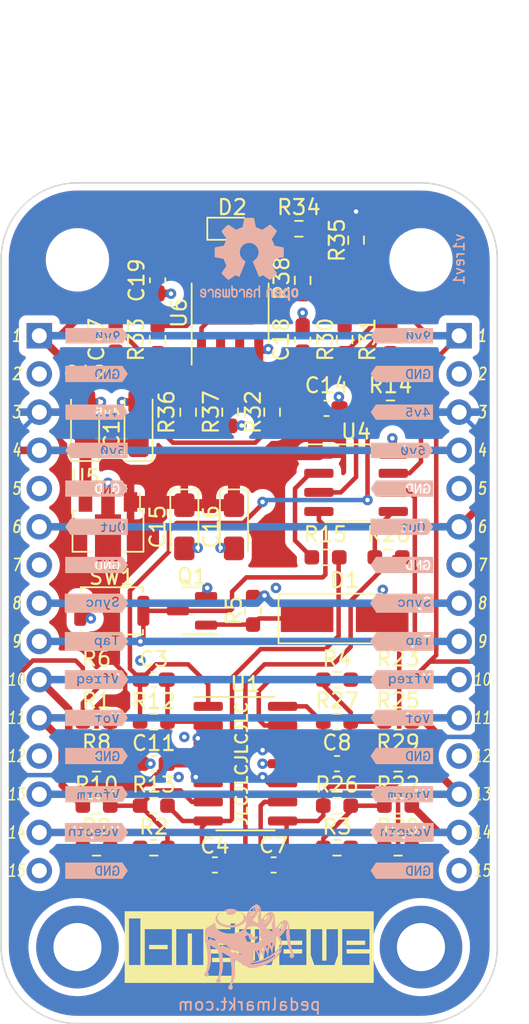
<source format=kicad_pcb>
(kicad_pcb (version 20211014) (generator pcbnew)
  (layers (0 "F.Cu" signal) (1 "In1.Cu" signal) (2 "In2.Cu" signal) (31 "B.Cu" signal) (34 "B.Paste" user) (35 "F.Paste" user) (36 "B.SilkS" user "B.Silkscreen") (37 "F.SilkS" user "F.Silkscreen") (38 "B.Mask" user) (39 "F.Mask" user) (44 "Edge.Cuts" user))
  (net 0 "")
  (net 1 "/Vfreq")
  (net 2 "/Vof")
  (net 3 "/Vform")
  (net 4 "/Vdepth")
  (net 5 "Net-(C3-Pad1)")
  (net 6 "Net-(C3-Pad2)")
  (net 7 "Net-(C4-Pad1)")
  (net 8 "Net-(C4-Pad2)")
  (net 9 "Net-(R1-Pad1)")
  (net 10 "Net-(R2-Pad1)")
  (net 11 "Net-(R20-Pad2)")
  (net 12 "Net-(R23-Pad2)")
  (net 13 "Net-(C7-Pad1)")
  (net 14 "Net-(C7-Pad2)")
  (net 15 "Net-(C8-Pad1)")
  (net 16 "Net-(C8-Pad2)")
  (net 17 "/+5V")
  (net 18 "/GND")
  (net 19 "/+9V")
  (net 20 "Net-(C17-Pad1)")
  (net 21 "/LFO/LFOFiltered")
  (net 22 "Net-(C18-Pad1)")
  (net 23 "Net-(D1-Pad1)")
  (net 24 "Net-(D2-Pad1)")
  (net 25 "Net-(D2-Pad2)")
  (net 26 "/+4.5V")
  (net 27 "/Out")
  (net 28 "/Sync")
  (net 29 "/Tap")
  (net 30 "/LFO/OffsetCV")
  (net 31 "/LFO/FreqCV")
  (net 32 "/LFO/WaveformCV")
  (net 33 "/LFO/DepthCV")
  (net 34 "Net-(R31-Pad1)")
  (net 35 "Net-(R33-Pad2)")
  (net 36 "Net-(R36-Pad1)")
  (footprint "Capacitor_SMD:C_0603_1608Metric_Pad1.08x0.95mm_HandSolder" (layer "F.Cu") (at 43.5345 93.599)
    (fp_text reference "C7")
    (fp_text value "10n")
  )
  (footprint "MountingHole:MountingHole_3.2mm_M3_ISO14580_Pad" (layer "F.Cu") (at 30.48 99.06)
    (fp_text reference "H1" hide)
    (fp_text value "GND")
  )
  (footprint "Resistor_SMD:R_0603_1608Metric_Pad0.98x0.95mm_HandSolder" (layer "F.Cu") (at 35.56 84.074 180)
    (fp_text reference "R12")
    (fp_text value "100K")
  )
  (footprint "Resistor_SMD:R_0603_1608Metric_Pad0.98x0.95mm_HandSolder" (layer "F.Cu") (at 45.212 51.308)
    (fp_text reference "R34")
    (fp_text value "470")
  )
  (footprint "Package_TO_SOT_SMD:SOT-89-3" (layer "F.Cu") (at 32.512 71.12 -90)
    (fp_text reference "U5")
    (fp_text value "L78L05")
  )
  (footprint "MountingHole:MountingHole_3.2mm_M3" (layer "F.Cu") (at 30.48 53.376102)
    (fp_text reference "H2" hide)
    (fp_text value "2")
  )
  (footprint "Resistor_SMD:R_0603_1608Metric_Pad0.98x0.95mm_HandSolder" (layer "F.Cu") (at 47.752 89.662 180)
    (fp_text reference "R26")
    (fp_text value "100K")
  )
  (footprint "Resistor_SMD:R_0603_1608Metric_Pad0.98x0.95mm_HandSolder" (layer "F.Cu") (at 51.816 81.28 180)
    (fp_text reference "R23")
    (fp_text value "220K")
  )
  (footprint "Capacitor_SMD:C_0603_1608Metric_Pad1.08x0.95mm_HandSolder" (layer "F.Cu") (at 47.055 63.246 180)
    (fp_text reference "C14")
    (fp_text value "100n")
  )
  (footprint "Package_TO_SOT_SMD:SOT-23" (layer "F.Cu") (at 38.1 76.708 180)
    (fp_text reference "Q1")
    (fp_text value "MMBT3904")
  )
  (footprint "Button_Switch_SMD:SW_Push_SPST_NO_Alps_SKRK" (layer "F.Cu") (at 32.766 76.708)
    (fp_text reference "SW1")
    (fp_text value "SW_Push")
  )
  (footprint "Package_SO:SOIC-8_3.9x4.9mm_P1.27mm" (layer "F.Cu") (at 49.022 68.199)
    (fp_text reference "U4")
    (fp_text value "StompLFO")
  )
  (footprint "Resistor_SMD:R_0603_1608Metric_Pad0.98x0.95mm_HandSolder" (layer "F.Cu") (at 51.816 84.074 180)
    (fp_text reference "R25")
    (fp_text value "100K")
  )
  (footprint "Resistor_SMD:R_0603_1608Metric_Pad0.98x0.95mm_HandSolder" (layer "F.Cu") (at 31.75 89.662)
    (fp_text reference "R10")
    (fp_text value "100K")
  )
  (footprint "Capacitor_SMD:C_0603_1608Metric_Pad1.08x0.95mm_HandSolder" (layer "F.Cu") (at 35.56 81.28 180)
    (fp_text reference "C3")
    (fp_text value "10n")
  )
  (footprint "Resistor_SMD:R_0603_1608Metric_Pad0.98x0.95mm_HandSolder" (layer "F.Cu") (at 51.816 86.868)
    (fp_text reference "R29")
    (fp_text value "1K")
  )
  (footprint "LED_SMD:LED_0603_1608Metric_Pad1.05x0.95mm_HandSolder" (layer "F.Cu") (at 40.781 51.308)
    (fp_text reference "D2")
    (fp_text value "LED_Dual_Bidirectional")
  )
  (footprint "Capacitor_Tantalum_SMD:CP_EIA-3216-10_Kemet-I_Pad1.58x1.35mm_HandSolder" (layer "F.Cu") (at 34.544 64.262 90)
    (fp_text reference "C13")
    (fp_text value "330n")
  )
  (footprint "Capacitor_SMD:C_0603_1608Metric_Pad1.08x0.95mm_HandSolder" (layer "F.Cu") (at 35.814 54.737 90)
    (fp_text reference "C19")
    (fp_text value "100n")
  )
  (footprint "MountingHole:MountingHole_3.2mm_M3_ISO14580_Pad" (layer "F.Cu") (at 53.34 99.06)
    (fp_text reference "H3" hide)
    (fp_text value "GND")
  )
  (footprint "Capacitor_SMD:C_0603_1608Metric_Pad1.08x0.95mm_HandSolder" (layer "F.Cu") (at 33.02 58.674 90)
    (fp_text reference "C17")
    (fp_text value "6.8n")
  )
  (footprint "Resistor_SMD:R_0603_1608Metric_Pad0.98x0.95mm_HandSolder" (layer "F.Cu") (at 35.56 92.456)
    (fp_text reference "R2")
    (fp_text value "4.7K")
  )
  (footprint "Resistor_SMD:R_0603_1608Metric_Pad0.98x0.95mm_HandSolder" (layer "F.Cu") (at 43.434 63.5 90)
    (fp_text reference "R32")
    (fp_text value "20K")
  )
  (footprint "Resistor_SMD:R_0603_1608Metric_Pad0.98x0.95mm_HandSolder" (layer "F.Cu") (at 31.75 84.074)
    (fp_text reference "R1")
    (fp_text value "4.7K")
  )
  (footprint "Capacitor_SMD:C_0603_1608Metric_Pad1.08x0.95mm_HandSolder" (layer "F.Cu") (at 35.56 86.868 180)
    (fp_text reference "C11")
    (fp_text value "100n")
  )
  (footprint "Package_SO:SOIC-14_3.9x8.7mm_P1.27mm" (layer "F.Cu") (at 41.656 86.868)
    (fp_text reference "U1")
    (fp_text value "MCP6004")
  )
  (footprint "Resistor_SMD:R_0603_1608Metric_Pad0.98x0.95mm_HandSolder" (layer "F.Cu") (at 51.308 58.674 90)
    (fp_text reference "R31")
    (fp_text value "75K")
  )
  (footprint "Capacitor_Tantalum_SMD:CP_EIA-3216-10_Kemet-I_Pad1.58x1.35mm_HandSolder" (layer "F.Cu") (at 40.894 71.12 -90)
    (fp_text reference "C16")
    (fp_text value "10u")
  )
  (footprint "Resistor_SMD:R_0603_1608Metric_Pad0.98x0.95mm_HandSolder" (layer "F.Cu") (at 35.814 58.674 90)
    (fp_text reference "R33")
    (fp_text value "100K")
  )
  (footprint "Resistor_SMD:R_0603_1608Metric_Pad0.98x0.95mm_HandSolder" (layer "F.Cu") (at 51.308 63.246)
    (fp_text reference "R14")
    (fp_text value "1K")
  )
  (footprint "Resistor_SMD:R_0603_1608Metric_Pad0.98x0.95mm_HandSolder" (layer "F.Cu") (at 51.816 92.456 180)
    (fp_text reference "R20")
    (fp_text value "220K")
  )
  (footprint "Resistor_SMD:R_0603_1608Metric_Pad0.98x0.95mm_HandSolder" (layer "F.Cu") (at 49.022 52.07 -90)
    (fp_text reference "R35")
    (fp_text value "20K")
  )
  (footprint "Connector_PinSocket_2.54mm:PinSocket_1x15_P2.54mm_Vertical" (layer "F.Cu") (at 27.94 58.42)
    (fp_text reference "J2" hide)
    (fp_text value "Conn_01x15")
  )
  (footprint "Resistor_SMD:R_0603_1608Metric_Pad0.98x0.95mm_HandSolder" (layer "F.Cu") (at 47.752 92.456 180)
    (fp_text reference "R3")
    (fp_text value "4.7K")
  )
  (footprint "Resistor_SMD:R_0603_1608Metric_Pad0.98x0.95mm_HandSolder" (layer "F.Cu") (at 47.752 81.28 180)
    (fp_text reference "R4")
    (fp_text value "4.7K")
  )
  (footprint "Resistor_SMD:R_0603_1608Metric_Pad0.98x0.95mm_HandSolder" (layer "F.Cu") (at 42.164 76.708 -90)
    (fp_text reference "R5")
    (fp_text value "10K")
  )
  (footprint "Resistor_SMD:R_0603_1608Metric_Pad0.98x0.95mm_HandSolder" (layer "F.Cu") (at 51.816 89.662 180)
    (fp_text reference "R22")
    (fp_text value "100K")
  )
  (footprint "Resistor_SMD:R_0603_1608Metric_Pad0.98x0.95mm_HandSolder" (layer "F.Cu") (at 31.75 86.868)
    (fp_text reference "R8")
    (fp_text value "100K")
  )
  (footprint "Resistor_SMD:R_0603_1608Metric_Pad0.98x0.95mm_HandSolder" (layer "F.Cu") (at 31.75 92.456)
    (fp_text reference "R9")
    (fp_text value "220K")
  )
  (footprint "Resistor_SMD:R_0603_1608Metric_Pad0.98x0.95mm_HandSolder" (layer "F.Cu") (at 48.26 58.674 -90)
    (fp_text reference "R30")
    (fp_text value "330K")
  )
  (footprint "Resistor_SMD:R_0603_1608Metric_Pad0.98x0.95mm_HandSolder" (layer "F.Cu") (at 47.752 84.074 180)
    (fp_text reference "R27")
    (fp_text value "100K")
  )
  (footprint "Capacitor_SMD:C_0603_1608Metric_Pad1.08x0.95mm_HandSolder" (layer "F.Cu") (at 47.752 86.868 180)
    (fp_text reference "C8")
    (fp_text value "10n")
  )
  (footprint "kibuzzard-65FC6621" (layer "F.Cu") (at 41.91 99.06)
    (fp_text reference "kibuzzard-65FC6621" hide)
    (fp_text value "G***" hide)
  )
  (footprint "MountingHole:MountingHole_3.2mm_M3" (layer "F.Cu") (at 53.34 53.376102)
    (fp_text reference "H4" hide)
    (fp_text value "1")
  )
  (footprint "Resistor_SMD:R_0603_1608Metric_Pad0.98x0.95mm_HandSolder" (layer "F.Cu") (at 40.64 63.5 90)
    (fp_text reference "R37")
    (fp_text value "100K")
  )
  (footprint "Diode_SMD:D_SMA_Handsoldering" (layer "F.Cu") (at 48.26 77.216)
    (fp_text reference "D1")
    (fp_text value "4001")
  )
  (footprint "Resistor_SMD:R_0603_1608Metric_Pad0.98x0.95mm_HandSolder" (layer "F.Cu") (at 51.181 73.152 180)
    (fp_text reference "R28")
    (fp_text value "1K")
  )
  (footprint "Capacitor_SMD:C_0603_1608Metric_Pad1.08x0.95mm_HandSolder" (layer "F.Cu") (at 39.624 93.599 180)
    (fp_text reference "C4")
    (fp_text value "10n")
  )
  (footprint "Capacitor_Tantalum_SMD:CP_EIA-3216-10_Kemet-I_Pad1.58x1.35mm_HandSolder" (layer "F.Cu") (at 30.988 64.262 90)
    (fp_text reference "C12")
    (fp_text value "10u")
  )
  (footprint "Resistor_SMD:R_0603_1608Metric_Pad0.98x0.95mm_HandSolder" (layer "F.Cu") (at 45.466 54.737 -90)
    (fp_text reference "R38")
    (fp_text value "1K")
  )
  (footprint "Package_SO:SOIC-8_3.9x4.9mm_P1.27mm" (layer "F.Cu") (at 40.64 56.896 90)
    (fp_text reference "U6")
    (fp_text value "TL972")
  )
  (footprint "Resistor_SMD:R_0603_1608Metric_Pad0.98x0.95mm_HandSolder" (layer "F.Cu") (at 46.99 73.152 180)
    (fp_text reference "R15")
    (fp_text value "1K")
  )
  (footprint "Capacitor_SMD:C_0603_1608Metric_Pad1.08x0.95mm_HandSolder" (layer "F.Cu") (at 45.466 58.674 90)
    (fp_text reference "C18")
    (fp_text value "4.7n")
  )
  (footprint "Resistor_SMD:R_0603_1608Metric_Pad0.98x0.95mm_HandSolder" (layer "F.Cu") (at 35.56 89.662)
    (fp_text reference "R13")
    (fp_text value "100K")
  )
  (footprint "Resistor_SMD:R_0603_1608Metric_Pad0.98x0.95mm_HandSolder" (layer "F.Cu") (at 31.75 81.28)
    (fp_text reference "R6")
    (fp_text value "220K")
  )
  (footprint "Capacitor_Tantalum_SMD:CP_EIA-3216-10_Kemet-I_Pad1.58x1.35mm_HandSolder" (layer "F.Cu") (at 37.592 71.12 -90)
    (fp_text reference "C15")
    (fp_text value "100n")
  )
  (footprint "Connector_PinSocket_2.54mm:PinSocket_1x15_P2.54mm_Vertical" (layer "F.Cu") (at 55.88 58.42)
    (fp_text reference "J1" hide)
    (fp_text value "Conn_01x15")
  )
  (footprint "Resistor_SMD:R_0603_1608Metric_Pad0.98x0.95mm_HandSolder" (layer "F.Cu") (at 37.846 63.5 90)
    (fp_text reference "R36")
    (fp_text value "24K")
  )
  (footprint "kibuzzard-65FC5B2E" (layer "B.Cu") (at 52.07 66.04 180)
    (fp_text reference "kibuzzard-65FC5B2E" hide)
    (fp_text value "G***" hide)
  )
  (footprint "kibuzzard-65FC5A9B" (layer "B.Cu") (at 52.07 68.58 180)
    (fp_text reference "kibuzzard-65FC5A9B" hide)
    (fp_text value "G***" hide)
  )
  (footprint "kibuzzard-65FC5A8F" (layer "B.Cu") (at 52.07 58.42 180)
    (fp_text reference "kibuzzard-65FC5A8F" hide)
    (fp_text value "G***" hide)
  )
  (footprint "LOGO" (layer "B.Cu") (at 41.91 99.06 180)
    (fp_text reference "G***" hide)
    (fp_text value "LOGO" hide)
  )
  (footprint "kibuzzard-65FC5B39" (layer "B.Cu") (at 52.07 71.12 180)
    (fp_text reference "kibuzzard-65FC5B39" hide)
    (fp_text value "G***" hide)
  )
  (footprint "kibuzzard-65FC59D5" (layer "B.Cu") (at 31.75 88.9 180)
    (fp_text reference "kibuzzard-65FC59D5" hide)
    (fp_text value "G***" hide)
  )
  (footprint "kibuzzard-65FC5AF9" (layer "B.Cu") (at 52.07 83.82 180)
    (fp_text reference "kibuzzard-65FC5AF9" hide)
    (fp_text value "G***" hide)
  )
  (footprint "kibuzzard-65FC5A9B" (layer "B.Cu") (at 52.07 86.36 180)
    (fp_text reference "kibuzzard-65FC5A9B" hide)
    (fp_text value "G***" hide)
  )
  (footprint "kibuzzard-65FC5928" (layer "B.Cu") (at 31.75 68.58 180)
    (fp_text reference "kibuzzard-65FC5928" hide)
    (fp_text value "G***" hide)
  )
  (footprint "Symbol:OSHW-Logo2_7.3x6mm_SilkScreen" (layer "B.Cu") (at 41.91 53.34 180)
    (fp_text reference "REF**" hide)
    (fp_text value "OSHW-Logo2_7.3x6mm_SilkScreen" hide)
  )
  (footprint "kibuzzard-65FC5928" (layer "B.Cu") (at 31.75 93.98 180)
    (fp_text reference "kibuzzard-65FC5928" hide)
    (fp_text value "G***" hide)
  )
  (footprint "kibuzzard-65FC5928" (layer "B.Cu") (at 31.75 60.96 180)
    (fp_text reference "kibuzzard-65FC5928" hide)
    (fp_text value "G***" hide)
  )
  (footprint "kibuzzard-65FC5A9B" (layer "B.Cu") (at 52.07 73.66 180)
    (fp_text reference "kibuzzard-65FC5A9B" hide)
    (fp_text value "G***" hide)
  )
  (footprint "kibuzzard-65FC5AE2" (layer "B.Cu") (at 52.07 78.74 180)
    (fp_text reference "kibuzzard-65FC5AE2" hide)
    (fp_text value "G***" hide)
  )
  (footprint "kibuzzard-65FC5ADA" (layer "B.Cu") (at 52.07 76.2 180)
    (fp_text reference "kibuzzard-65FC5ADA" hide)
    (fp_text value "G***" hide)
  )
  (footprint "kibuzzard-65FC5A9B" (layer "B.Cu") (at 52.07 93.98 180)
    (fp_text reference "kibuzzard-65FC5A9B" hide)
    (fp_text value "G***" hide)
  )
  (footprint "kibuzzard-65FC5A15" (layer "B.Cu") (at 31.75 71.12 180)
    (fp_text reference "kibuzzard-65FC5A15" hide)
    (fp_text value "G***" hide)
  )
  (footprint "kibuzzard-65FC5928" (layer "B.Cu") (at 31.75 73.66 180)
    (fp_text reference "kibuzzard-65FC5928" hide)
    (fp_text value "G***" hide)
  )
  (footprint "kibuzzard-65FC59E3" (layer "B.Cu") (at 31.75 91.44 180)
    (fp_text reference "kibuzzard-65FC59E3" hide)
    (fp_text value "G***" hide)
  )
  (footprint "kibuzzard-65FC593A" (layer "B.Cu") (at 31.75 63.5 180)
    (fp_text reference "kibuzzard-65FC593A" hide)
    (fp_text value "G***" hide)
  )
  (footprint "kibuzzard-65FC58C1" (layer "B.Cu") (at 31.75 58.42 180)
    (fp_text reference "kibuzzard-65FC58C1" hide)
    (fp_text value "G***" hide)
  )
  (footprint "kibuzzard-65FC5990" (layer "B.Cu") (at 31.75 76.2 180)
    (fp_text reference "kibuzzard-65FC5990" hide)
    (fp_text value "G***" hide)
  )
  (footprint "kibuzzard-65FC59FD" (layer "B.Cu") (at 31.75 66.04 180)
    (fp_text reference "kibuzzard-65FC59FD" hide)
    (fp_text value "G***" hide)
  )
  (footprint "kibuzzard-65FC5A9B" (layer "B.Cu") (at 52.07 60.96 180)
    (fp_text reference "kibuzzard-65FC5A9B" hide)
    (fp_text value "G***" hide)
  )
  (footprint "kibuzzard-65FC5928" (layer "B.Cu") (at 31.75 86.36 180)
    (fp_text reference "kibuzzard-65FC5928" hide)
    (fp_text value "G***" hide)
  )
  (footprint "kibuzzard-65FC599C" (layer "B.Cu") (at 31.75 78.74 180)
    (fp_text reference "kibuzzard-65FC599C" hide)
    (fp_text value "G***" hide)
  )
  (footprint "kibuzzard-65FC5B08" (layer "B.Cu") (at 52.07 88.9 180)
    (fp_text reference "kibuzzard-65FC5B08" hide)
    (fp_text value "G***" hide)
  )
  (footprint "kibuzzard-65FC5B16" (layer "B.Cu") (at 52.07 91.44 180)
    (fp_text reference "kibuzzard-65FC5B16" hide)
    (fp_text value "G***" hide)
  )
  (footprint "kibuzzard-65FC59AA" (layer "B.Cu") (at 31.75 81.28 180)
    (fp_text reference "kibuzzard-65FC59AA" hide)
    (fp_text value "G***" hide)
  )
  (footprint "kibuzzard-65FC5AF0" (layer "B.Cu") (at 52.07 81.28 180)
    (fp_text reference "kibuzzard-65FC5AF0" hide)
    (fp_text value "G***" hide)
  )
  (footprint "kibuzzard-65FC59B5" (layer "B.Cu") (at 31.75 83.82 180)
    (fp_text reference "kibuzzard-65FC59B5" hide)
    (fp_text value "G***" hide)
  )
  (footprint "kibuzzard-65FC5ACC" (layer "B.Cu") (at 52.07 63.5 180)
    (fp_text reference "kibuzzard-65FC5ACC" hide)
    (fp_text value "G***" hide)
  )
  (gr_arc (start 53.34 48.26) (mid 56.932102 49.747898) (end 58.42 53.34) (layer "Edge.Cuts") (width 0.1))
  (gr_line (start 30.48 48.26) (end 53.34 48.26) (layer "Edge.Cuts") (width 0.1))
  (gr_line (start 25.4 99.06) (end 25.4 53.34) (layer "Edge.Cuts") (width 0.1))
  (gr_arc (start 30.48 104.14) (mid 26.887898 102.652102) (end 25.4 99.06) (layer "Edge.Cuts") (width 0.1))
  (gr_line (start 30.48 104.14) (end 53.34 104.14) (layer "Edge.Cuts") (width 0.1))
  (gr_arc (start 25.4 53.34) (mid 26.887898 49.747898) (end 30.48 48.26) (layer "Edge.Cuts") (width 0.1))
  (gr_line (start 58.42 53.34) (end 58.42 99.06) (layer "Edge.Cuts") (width 0.1))
  (gr_arc (start 58.42 99.06) (mid 56.932102 102.652102) (end 53.34 104.14) (layer "Edge.Cuts") (width 0.1))
  (gr_text "pedalmarkt.com" (at 41.91 102.87) (layer "B.SilkS") (effects (font (size 0.8 0.8) (thickness 0.12)) (justify mirror)))
  (gr_text "v1rev1" (at 55.88 53.34 90) (layer "B.SilkS") (effects (font (size 0.7 0.7) (thickness 0.11)) (justify mirror)))
  (gr_text "15" (at 26.416 93.98) (layer "F.SilkS") (effects (font (size 0.8 0.6) (thickness 0.1) italic)))
  (gr_text "9" (at 26.416 78.74) (layer "F.SilkS") (effects (font (size 0.8 0.6) (thickness 0.12) italic)))
  (gr_text "10\n" (at 26.416 81.28) (layer "F.SilkS") (effects (font (size 0.8 0.6) (thickness 0.1) italic)))
  (gr_text "4" (at 57.404 66.04) (layer "F.SilkS") (effects (font (size 0.8 0.6) (thickness 0.12) italic)))
  (gr_text "14" (at 26.416 91.44) (layer "F.SilkS") (effects (font (size 0.8 0.6) (thickness 0.1) italic)))
  (gr_text "13" (at 57.404 88.9) (layer "F.SilkS") (effects (font (size 0.8 0.6) (thickness 0.1) italic)))
  (gr_text "11\n" (at 26.416 83.82) (layer "F.SilkS") (effects (font (size 0.8 0.6) (thickness 0.1) italic)))
  (gr_text "9" (at 57.404 78.74) (layer "F.SilkS") (effects (font (size 0.8 0.6) (thickness 0.12) italic)))
  (gr_text "5" (at 26.416 68.58) (layer "F.SilkS") (effects (font (size 0.8 0.6) (thickness 0.12) italic)))
  (gr_text "7" (at 57.404 73.66) (layer "F.SilkS") (effects (font (size 0.8 0.6) (thickness 0.12) italic)))
  (gr_text "7" (at 26.416 73.66) (layer "F.SilkS") (effects (font (size 0.8 0.6) (thickness 0.12) italic)))
  (gr_text "1" (at 57.404 58.42) (layer "F.SilkS") (effects (font (size 0.8 0.6) (thickness 0.12) italic)))
  (gr_text "3" (at 57.404 63.5) (layer "F.SilkS") (effects (font (size 0.8 0.6) (thickness 0.12) italic)))
  (gr_text "12" (at 26.416 86.36) (layer "F.SilkS") (effects (font (size 0.8 0.6) (thickness 0.1) italic)))
  (gr_text "2" (at 57.404 60.96) (layer "F.SilkS") (effects (font (size 0.8 0.6) (thickness 0.12) italic)))
  (gr_text "11\n" (at 57.404 83.82) (layer "F.SilkS") (effects (font (size 0.8 0.6) (thickness 0.1) italic)))
  (gr_text "JLCJLCJLCJLC" (at 41.402 86.868 90) (layer "F.SilkS") (effects (font (size 0.8 0.8))))
  (gr_text "3" (at 26.416 63.5) (layer "F.SilkS") (effects (font (size 0.8 0.6) (thickness 0.12) italic)))
  (gr_text "6" (at 26.416 71.12) (layer "F.SilkS") (effects (font (size 0.8 0.6) (thickness 0.12) italic)))
  (gr_text "5" (at 57.404 68.58) (layer "F.SilkS") (effects (font (size 0.8 0.6) (thickness 0.12) italic)))
  (gr_text "8" (at 57.404 76.2) (layer "F.SilkS") (effects (font (size 0.8 0.6) (thickness 0.12) italic)))
  (gr_text "15" (at 57.404 93.98) (layer "F.SilkS") (effects (font (size 0.8 0.6) (thickness 0.1) italic)))
  (gr_text "4" (at 26.416 66.04) (layer "F.SilkS") (effects (font (size 0.8 0.6) (thickness 0.12) italic)))
  (gr_text "2" (at 26.416 60.96) (layer "F.SilkS") (effects (font (size 0.8 0.6) (thickness 0.12) italic)))
  (gr_text "12" (at 57.404 86.36) (layer "F.SilkS") (effects (font (size 0.8 0.6) (thickness 0.1) italic)))
  (gr_text "8" (at 26.416 76.2) (layer "F.SilkS") (effects (font (size 0.8 0.6) (thickness 0.12) italic)))
  (gr_text "13" (at 26.416 88.9) (layer "F.SilkS") (effects (font (size 0.8 0.6) (thickness 0.1) italic)))
  (gr_text "6" (at 57.404 71.12) (layer "F.SilkS") (effects (font (size 0.8 0.6) (thickness 0.12) italic)))
  (gr_text "10\n" (at 57.404 81.28) (layer "F.SilkS") (effects (font (size 0.8 0.6) (thickness 0.1) italic)))
  (gr_text "1" (at 26.416 58.42) (layer "F.SilkS") (effects (font (size 0.8 0.6) (thickness 0.12) italic)))
  (gr_text "14" (at 57.404 91.44) (layer "F.SilkS") (effects (font (size 0.8 0.6) (thickness 0.1) italic)))
  (segment (start 29.9 83.24) (end 29.9 84.79005) (width 0.5) (layer "F.Cu") (net 1))
  (segment (start 29.9 84.79005) (end 30.8375 85.72755) (width 0.5) (layer "F.Cu") (net 1))
  (segment (start 30.8375 85.72755) (end 30.8375 86.868) (width 0.5) (layer "F.Cu") (net 1))
  (segment (start 27.94 81.28) (end 29.9 83.24) (width 0.5) (layer "F.Cu") (net 1))
  (segment (start 27.94 81.28) (end 55.88 81.28) (width 0.5) (layer "B.Cu") (net 1))
  (segment (start 27.94 83.82) (end 29.464 85.344) (width 0.5) (layer "F.Cu") (net 2))
  (segment (start 29.464 85.344) (end 29.464 88.2885) (width 0.5) (layer "F.Cu") (net 2))
  (segment (start 29.464 88.2885) (end 30.8375 89.662) (width 0.5) (layer "F.Cu") (net 2))
  (segment (start 27.94 83.82) (end 55.88 83.82) (width 0.5) (layer "B.Cu") (net 2))
  (segment (start 54.229 84.709) (end 53.594 84.074) (width 0.5) (layer "F.Cu") (net 3))
  (segment (start 55.88 88.9) (end 54.229 87.249) (width 0.5) (layer "F.Cu") (net 3))
  (segment (start 54.229 87.249) (end 54.229 84.709) (width 0.5) (layer "F.Cu") (net 3))
  (segment (start 53.594 84.074) (end 52.7285 84.074) (width 0.5) (layer "F.Cu") (net 3))
  (segment (start 27.94 88.9) (end 55.88 88.9) (width 0.5) (layer "B.Cu") (net 3))
  (segment (start 54.5065 91.44) (end 52.7285 89.662) (width 0.5) (layer "F.Cu") (net 4))
  (segment (start 55.88 91.44) (end 54.5065 91.44) (width 0.5) (layer "F.Cu") (net 4))
  (segment (start 27.94 91.44) (end 55.88 91.44) (width 0.5) (layer "B.Cu") (net 4))
  (segment (start 36.4725 84.074) (end 36.4725 81.33) (width 0.3) (layer "F.Cu") (net 5))
  (segment (start 36.4725 84.074) (end 38.927 84.074) (width 0.3) (layer "F.Cu") (net 5))
  (segment (start 32.6625 86.868) (end 32.6625 86.8445) (width 0.3) (layer "F.Cu") (net 5))
  (segment (start 34.036 85.471) (end 35.56 85.471) (width 0.3) (layer "F.Cu") (net 5))
  (segment (start 38.927 84.074) (end 39.181 84.328) (width 0.3) (layer "F.Cu") (net 5))
  (segment (start 36.4725 81.33) (end 36.4225 81.28) (width 0.3) (layer "F.Cu") (net 5))
  (segment (start 32.6625 84.074) (end 32.6625 86.868) (width 0.3) (layer "F.Cu") (net 5))
  (segment (start 35.56 85.471) (end 36.4725 84.5585) (width 0.3) (layer "F.Cu") (net 5))
  (segment (start 36.4725 84.5585) (end 36.4725 84.074) (width 0.3) (layer "F.Cu") (net 5))
  (segment (start 32.6625 86.8445) (end 34.036 85.471) (width 0.3) (layer "F.Cu") (net 5))
  (segment (start 50.3955 63.246) (end 50.3955 64.6665) (width 0.3) (layer "F.Cu") (net 6))
  (segment (start 33.971 75.376) (end 33.971 80.5535) (width 0.3) (layer "F.Cu") (net 6))
  (segment (start 33.971 80.5535) (end 34.6975 81.28) (width 0.3) (layer "F.Cu") (net 6))
  (segment (start 42.799 69.469) (end 42.799 69.588528) (width 0.3) (layer "F.Cu") (net 6))
  (segment (start 49.784 65.278) (end 49.784 69.342) (width 0.3) (layer "F.Cu") (net 6))
  (segment (start 42.799 69.588528) (end 41.521528 70.866) (width 0.3) (layer "F.Cu") (net 6))
  (segment (start 41.521528 70.866) (end 37.084 70.866) (width 0.3) (layer "F.Cu") (net 6))
  (segment (start 39.181 81.599) (end 37.846 80.264) (width 0.3) (layer "F.Cu") (net 6))
  (segment (start 34.6475 84.074) (end 34.6475 81.33) (width 0.3) (layer "F.Cu") (net 6))
  (segment (start 39.181 83.058) (end 39.181 81.599) (width 0.3) (layer "F.Cu") (net 6))
  (segment (start 35.7135 80.264) (end 34.6975 81.28) (width 0.3) (layer "F.Cu") (net 6))
  (segment (start 37.084 70.866) (end 36.567 71.383) (width 0.3) (layer "F.Cu") (net 6))
  (segment (start 36.567 71.383) (end 36.567 72.78) (width 0.3) (layer "F.Cu") (net 6))
  (segment (start 37.846 80.264) (end 35.7135 80.264) (width 0.3) (layer "F.Cu") (net 6))
  (segment (start 34.6475 81.33) (end 34.6975 81.28) (width 0.3) (layer "F.Cu") (net 6))
  (segment (start 50.3955 64.6665) (end 49.784 65.278) (width 0.3) (layer "F.Cu") (net 6))
  (segment (start 36.567 72.78) (end 33.971 75.376) (width 0.3) (layer "F.Cu") (net 6))
  (via (at 42.799 69.469) (size 0.7) (drill 0.3) (layers "F.Cu" "B.Cu") (net 6))
  (via (at 49.784 69.342) (size 0.7) (drill 0.3) (layers "F.Cu" "B.Cu") (net 6))
  (segment (start 49.784 69.342) (end 42.926 69.342) (width 0.3) (layer "B.Cu") (net 6))
  (segment (start 42.926 69.342) (end 42.799 69.469) (width 0.3) (layer "B.Cu") (net 6))
  (segment (start 39.181 89.408) (end 38.1 89.408) (width 0.3) (layer "F.Cu") (net 7))
  (segment (start 36.4725 92.456) (end 36.4725 91.487) (width 0.3) (layer "F.Cu") (net 7))
  (segment (start 36.4725 91.487) (end 34.6475 89.662) (width 0.3) (layer "F.Cu") (net 7))
  (segment (start 39.37 95.25) (end 37.846 95.25) (width 0.3) (layer "F.Cu") (net 7))
  (segment (start 37.338 88.646) (end 35.6635 88.646) (width 0.3) (layer "F.Cu") (net 7))
  (segment (start 40.4865 94.1335) (end 39.37 95.25) (width 0.3) (layer "F.Cu") (net 7))
  (segment (start 40.4865 93.599) (end 40.4865 94.1335) (width 0.3) (layer "F.Cu") (net 7))
  (segment (start 37.846 95.25) (end 36.4725 93.8765) (width 0.3) (layer "F.Cu") (net 7))
  (segment (start 34.6475 89.662) (end 32.6625 89.662) (width 0.3) (layer "F.Cu") (net 7))
  (segment (start 36.4725 93.8765) (end 36.4725 92.456) (width 0.3) (layer "F.Cu") (net 7))
  (segment (start 38.1 89.408) (end 37.338 88.646) (width 0.3) (layer "F.Cu") (net 7))
  (segment (start 35.6635 88.646) (end 34.6475 89.662) (width 0.3) (layer "F.Cu") (net 7))
  (segment (start 42.672 79.248) (end 40.767 81.153) (width 0.3) (layer "F.Cu") (net 8))
  (segment (start 40.64 90.678) (end 39.181 90.678) (width 0.3) (layer "F.Cu") (net 8))
  (segment (start 47.86 73.1945) (end 47.86 78.378) (width 0.3) (layer "F.Cu") (net 8))
  (segment (start 38.7615 93.599) (end 38.7615 91.0975) (width 0.3) (layer "F.Cu") (net 8))
  (segment (start 39.181 90.678) (end 37.4885 90.678) (width 0.3) (layer "F.Cu") (net 8))
  (segment (start 40.767 81.153) (end 40.767 90.551) (width 0.3) (layer "F.Cu") (net 8))
  (segment (start 40.767 90.551) (end 40.64 90.678) (width 0.3) (layer "F.Cu") (net 8))
  (segment (start 37.4885 90.678) (end 36.4725 89.662) (width 0.3) (layer "F.Cu") (net 8))
  (segment (start 38.7615 91.0975) (end 39.181 90.678) (width 0.3) (layer "F.Cu") (net 8))
  (segment (start 47.86 78.378) (end 46.99 79.248) (width 0.3) (layer "F.Cu") (net 8))
  (segment (start 46.99 79.248) (end 42.672 79.248) (width 0.3) (layer "F.Cu") (net 8))
  (segment (start 47.9025 73.152) (end 47.86 73.1945) (width 0.3) (layer "F.Cu") (net 8))
  (segment (start 30.8375 84.074) (end 30.8375 82.8275) (width 0.3) (layer "F.Cu") (net 9))
  (segment (start 30.8375 82.8275) (end 32.385 81.28) (width 0.3) (layer "F.Cu") (net 9))
  (segment (start 32.385 81.28) (end 32.6625 81.28) (width 0.3) (layer "F.Cu") (net 9))
  (segment (start 32.6625 92.456) (end 34.6475 92.456) (width 0.3) (layer "F.Cu") (net 10))
  (segment (start 48.6645 92.456) (end 50.9035 92.456) (width 0.3) (layer "F.Cu") (net 11))
  (segment (start 50.9035 81.28) (end 48.6645 81.28) (width 0.3) (layer "F.Cu") (net 12))
  (segment (start 46.8395 93.1145) (end 46.8395 92.456) (width 0.3) (layer "F.Cu") (net 13))
  (segment (start 44.958 94.996) (end 46.8395 93.1145) (width 0.3) (layer "F.Cu") (net 13))
  (segment (start 44.069 94.996) (end 44.958 94.996) (width 0.3) (layer "F.Cu") (net 13))
  (segment (start 42.672 89.662) (end 42.672 93.599) (width 0.3) (layer "F.Cu") (net 13))
  (segment (start 48.6645 90.0195) (end 48.6645 89.662) (width 0.3) (layer "F.Cu") (net 13))
  (segment (start 48.6645 89.662) (end 50.9035 89.662) (width 0.3) (layer "F.Cu") (net 13))
  (segment (start 42.672 93.599) (end 44.069 94.996) (width 0.3) (layer "F.Cu") (net 13))
  (segment (start 44.131 89.408) (end 42.926 89.408) (width 0.3) (layer "F.Cu") (net 13))
  (segment (start 42.926 89.408) (end 42.672 89.662) (width 0.3) (layer "F.Cu") (net 13))
  (segment (start 46.8395 92.456) (end 46.8395 91.8445) (width 0.3) (layer "F.Cu") (net 13))
  (segment (start 46.8395 91.8445) (end 48.6645 90.0195) (width 0.3) (layer "F.Cu") (net 13))
  (segment (start 44.397 93.599) (end 44.397 90.944) (width 0.3) (layer "F.Cu") (net 14))
  (segment (start 42.926 80.264) (end 41.656 81.534) (width 0.3) (layer "F.Cu") (net 14))
  (segment (start 44.397 90.944) (end 44.131 90.678) (width 0.3) (layer "F.Cu") (net 14))
  (segment (start 41.656 94.996) (end 42.164 95.504) (width 0.3) (layer "F.Cu") (net 14))
  (segment (start 51.816 88.392) (end 47.244 88.392) (width 0.3) (layer "F.Cu") (net 14))
  (segment (start 47.498 80.264) (end 42.926 80.264) (width 0.3) (layer "F.Cu") (net 14))
  (segment (start 51.816 93.726) (end 51.816 88.392) (width 0.3) (layer "F.Cu") (net 14))
  (segment (start 46.8395 90.3205) (end 46.8395 89.662) (width 0.3) (layer "F.Cu") (net 14))
  (segment (start 42.164 95.504) (end 50.038 95.504) (width 0.3) (layer "F.Cu") (net 14))
  (segment (start 44.131 90.678) (end 46.482 90.678) (width 0.3) (layer "F.Cu") (net 14))
  (segment (start 51.562 73.152) (end 51.106 73.608) (width 0.3) (layer "F.Cu") (net 14))
  (segment (start 51.106 73.63285) (end 50.76185 73.977) (width 0.3) (layer "F.Cu") (net 14))
  (segment (start 50.737 73.977) (end 48.66 76.054) (width 0.3) (layer "F.Cu") (net 14))
  (segment (start 50.038 95.504) (end 51.816 93.726) (width 0.3) (layer "F.Cu") (net 14))
  (segment (start 48.66 76.054) (end 48.66 79.102) (width 0.3) (layer "F.Cu") (net 14))
  (segment (start 46.8395 88.7965) (end 46.8395 89.662) (width 0.3) (layer "F.Cu") (net 14))
  (segment (start 41.656 81.534) (end 41.656 94.996) (width 0.3) (layer "F.Cu") (net 14))
  (segment (start 50.76185 73.977) (end 50.737 73.977) (width 0.3) (layer "F.Cu") (net 14))
  (segment (start 46.482 90.678) (end 46.8395 90.3205) (width 0.3) (layer "F.Cu") (net 14))
  (segment (start 52.0935 73.152) (end 51.562 73.152) (width 0.3) (layer "F.Cu") (net 14))
  (segment (start 47.244 88.392) (end 46.8395 88.7965) (width 0.3) (layer "F.Cu") (net 14))
  (segment (start 51.106 73.608) (end 51.106 73.63285) (width 0.3) (layer "F.Cu") (net 14))
  (segment (start 48.66 79.102) (end 47.498 80.264) (width 0.3) (layer "F.Cu") (net 14))
  (segment (start 44.131 84.328) (end 42.926 84.328) (width 0.3) (layer "F.Cu") (net 15))
  (segment (start 48.6145 86.868) (end 48.6145 84.124) (width 0.3) (layer "F.Cu") (net 15))
  (segment (start 48.6645 84.074) (end 48.6645 83.4625) (width 0.3) (layer "F.Cu") (net 15))
  (segment (start 48.6145 84.124) (end 48.6645 84.074) (width 0.3) (layer "F.Cu") (net 15))
  (segment (start 48.6645 83.4625) (end 46.8395 81.6375) (width 0.3) (layer "F.Cu") (net 15))
  (segment (start 42.926 84.328) (end 42.545 83.947) (width 0.3) (layer "F.Cu") (net 15))
  (segment (start 42.545 82.042) (end 43.307 81.28) (width 0.3) (layer "F.Cu") (net 15))
  (segment (start 43.307 81.28) (end 46.8395 81.28) (width 0.3) (layer "F.Cu") (net 15))
  (segment (start 42.545 83.947) (end 42.545 82.042) (width 0.3) (layer "F.Cu") (net 15))
  (segment (start 46.8395 81.6375) (end 46.8395 81.28) (width 0.3) (layer "F.Cu") (net 15))
  (segment (start 50.9035 84.074) (end 48.6645 84.074) (width 0.3) (layer "F.Cu") (net 15))
  (segment (start 50.9035 87.0185) (end 50.229 87.693) (width 0.3) (layer "F.Cu") (net 16))
  (segment (start 46.8395 84.074) (end 46.736 84.074) (width 0.3) (layer "F.Cu") (net 16))
  (segment (start 47.7145 87.693) (end 46.8895 86.868) (width 0.3) (layer "F.Cu") (net 16))
  (segment (start 46.736 84.074) (end 45.72 83.058) (width 0.3) (layer "F.Cu") (net 16))
  (segment (start 46.8395 84.074) (end 46.8395 86.818) (width 0.3) (layer "F.Cu") (net 16))
  (segment (start 46.8395 86.818) (end 46.8895 86.868) (width 0.3) (layer "F.Cu") (net 16))
  (segment (start 50.9035 86.868) (end 50.9035 87.0185) (width 0.3) (layer "F.Cu") (net 16))
  (segment (start 50.229 87.693) (end 47.7145 87.693) (width 0.3) (layer "F.Cu") (net 16))
  (segment (start 45.72 83.058) (end 44.131 83.058) (width 0.3) (layer "F.Cu") (net 16))
  (segment (start 40.894 69.6825) (end 37.592 69.6825) (width 0.8) (layer "F.Cu") (net 17))
  (segment (start 41.91 66.294) (end 46.547 66.294) (width 0.8) (layer "F.Cu") (net 17))
  (segment (start 46.228 63.2815) (end 46.1925 63.246) (width 0.8) (layer "F.Cu") (net 17))
  (segment (start 32.131 82.677) (end 31.75 83.058) (width 0.3) (layer "F.Cu") (net 17))
  (segment (start 36.4225 86.868) (end 39.181 86.868) (width 0.5) (layer "F.Cu") (net 17))
  (segment (start 37.3795 69.47) (end 37.592 69.6825) (width 0.8) (layer "F.Cu") (net 17))
  (segment (start 34.036 73.533) (end 34.036 72.898) (width 0.5) (layer "F.Cu") (net 17))
  (segment (start 33.471 80.715) (end 33.471 80.760606) (width 0.3) (layer "F.Cu") (net 17))
  (segment (start 33.471 80.760606) (end 33.655 80.944606) (width 0.3) (layer "F.Cu") (net 17))
  (segment (start 32.639 79.883) (end 33.471 80.715) (width 0.3) (layer "F.Cu") (net 17))
  (segment (start 34.036 72.898) (end 34.012 72.874) (width 0.5) (layer "F.Cu") (net 17))
  (segment (start 33.655 82.169) (end 33.147 82.677) (width 0.3) (layer "F.Cu") (net 17))
  (segment (start 32.639 74.93) (end 34.036 73.533) (width 0.5) (layer "F.Cu") (net 17))
  (segment (start 31.877 88.138) (end 35.306 88.138) (width 0.5) (layer "F.Cu") (net 17))
  (segment (start 34.012 72.874) (end 34.012 69.47) (width 0.5) (layer "F.Cu") (net 17))
  (segment (start 40.894 69.6825) (end 40.894 67.31) (width 0.8) (layer "F.Cu") (net 17))
  (segment (start 32.639 79.883) (end 32.639 74.93) (width 0.5) (layer "F.Cu") (net 17))
  (segment (start 31.75 83.058) (end 31.75 88.011) (width 0.3) (layer "F.Cu") (net 17))
  (segment (start 34.012 69.47) (end 37.3795 69.47) (width 0.8) (layer "F.Cu") (net 17))
  (segment (start 40.894 67.31) (end 41.91 66.294) (width 0.8) (layer "F.Cu") (net 17))
  (segment (start 33.147 82.677) (end 32.131 82.677) (width 0.3) (layer "F.Cu") (net 17))
  (segment (start 46.228 65.975) (end 46.228 63.2815) (width 0.8) (layer "F.Cu") (net 17))
  (segment (start 46.547 66.294) (end 46.228 65.975) (width 0.8) (layer "F.Cu") (net 17))
  (segment (start 35.306 88.138) (end 36.4225 87.0215) (width 0.5) (layer "F.Cu") (net 17))
  (segment (start 36.4225 87.0215) (end 36.4225 86.868) (width 0.5) (layer "F.Cu") (net 17))
  (segment (start 33.655 80.944606) (end 33.655 82.169) (width 0.3) (layer "F.Cu") (net 17))
  (segment (start 31.75 88.011) (end 31.877 88.138) (width 0.3) (layer "F.Cu") (net 17))
  (segment (start 27.94 66.04) (end 55.88 66.04) (width 0.5) (layer "B.Cu") (net 17))
  (segment (start 40.894 72.5575) (end 40.0455 72.5575) (width 0.5) (layer "F.Cu") (net 18))
  (segment (start 36.6765 55.5995) (end 36.703 55.626) (width 0.5) (layer "F.Cu") (net 18))
  (segment (start 43.118 59.371) (end 43.18 59.309) (width 0.5) (layer "F.Cu") (net 18))
  (segment (start 41.3785 64.4125) (end 41.402 64.389) (width 0.5) (layer "F.Cu") (net 18))
  (segment (start 39.0375 75.2625) (end 39.116 75.184) (width 0.5) (layer "F.Cu") (net 18))
  (segment (start 45.466 57.8115) (end 45.466 56.896) (width 0.5) (layer "F.Cu") (net 18))
  (segment (start 44.131 86.868) (end 42.799 86.868) (width 0.3) (layer "F.Cu") (net 18))
  (segment (start 38.4405 72.5575) (end 38.481 72.517) (width 0.5) (layer "F.Cu") (net 18))
  (segment (start 39.0375 75.758) (end 39.0375 75.2625) (width 0.5) (layer "F.Cu") (net 18))
  (segment (start 50.76 77.216) (end 50.76 75.351) (width 0.5) (layer "F.Cu") (net 18))
  (segment (start 32.0445 62.8245) (end 30.988 62.8245) (width 0.5) (layer "F.Cu") (net 18))
  (segment (start 30.666 76.708) (end 30.861 76.708) (width 0.5) (layer "F.Cu") (net 18))
  (segment (start 50.76 75.351) (end 50.8 75.311) (width 0.5) (layer "F.Cu") (net 18))
  (segment (start 34.6975 86.868) (end 35.3355 86.868) (width 0.3) (layer "F.Cu") (net 18))
  (segment (start 32.512 69.5575) (end 32.512 68.199) (width 0.5) (layer "F.Cu") (net 18))
  (segment (start 47.9175 62.5225) (end 47.9175 63.246) (width 0.5) (layer "F.Cu") (net 18))
  (segment (start 33.4415 62.8245) (end 34.544 62.8245) (width 0.5) (layer "F.Cu") (net 18))
  (segment (start 30.861 76.708) (end 31.369 77.216) (width 0.5) (layer "F.Cu") (net 18))
  (segment (start 51.497 65.3025) (end 51.435 65.2405) (width 0.5) (layer "F.Cu") (net 18))
  (segment (start 47.879 62.484) (end 47.9175 62.5225) (width 0.5) (layer "F.Cu") (net 18))
  (segment (start 51.497 66.294) (end 51.497 65.3025) (width 0.5) (layer "F.Cu") (net 18))
  (segment (start 42.545 59.371) (end 43.118 59.371) (width 0.5) (layer "F.Cu") (net 18))
  (segment (start 37.592 72.5575) (end 38.4405 72.5575) (width 0.5) (layer "F.Cu") (net 18))
  (segment (start 35.814 55.5995) (end 36.6765 55.5995) (width 0.5) (layer "F.Cu") (net 18))
  (segment (start 40.64 64.4125) (end 41.3785 64.4125) (width 0.5) (layer "F.Cu") (net 18))
  (segment (start 40.0455 72.5575) (end 40.005 72.517) (width 0.5) (layer "F.Cu") (net 18))
  (via (at 41.402 64.389) (size 0.7) (drill 0.3) (layers "F.Cu" "B.Cu") (net 18))
  (via (at 36.703 55.626) (size 0.7) (drill 0.3) (layers "F.Cu" "B.Cu") (net 18))
  (via (at 37.592 85.09) (size 0.7) (drill 0.3) (layers "F.Cu" "B.Cu") (net 18))
  (via (at 43.688 75.184) (size 0.7) (drill 0.3) (layers "F.Cu" "B.Cu") (net 18))
  (via (at 40.005 72.517) (size 0.7) (drill 0.3) (layers "F.Cu" "B.Cu") (net 18))
  (via (at 35.3355 86.868) (size 0.7) (drill 0.3) (layers "F.Cu" "B.Cu") (net 18))
  (via (at 42.799 86.868) (size 0.7) (drill 0.3) (layers "F.Cu" "B.Cu") (net 18))
  (via (at 34.671 80.01) (size 0.7) (drill 0.3) (layers "F.Cu" "B.Cu") (net 18))
  (via (at 32.0445 62.8245) (size 0.7) (drill 0.3) (layers "F.Cu" "B.Cu") (net 18))
  (via (at 45.466 56.896) (size 0.7) (drill 0.3) (layers "F.Cu" "B.Cu") (net 18))
  (via (at 31.369 77.216) (size 0.7) (drill 0.3) (layers "F.Cu" "B.Cu") (net 18))
  (via (at 39.116 75.184) (size 0.7) (drill 0.3) (layers "F.Cu" "B.Cu") (net 18))
  (via (at 33.4415 62.8245) (size 0.7) (drill 0.3) (layers "F.Cu" "B.Cu") (net 18))
  (via (at 37.211 87.757) (size 0.7) (drill 0.3) (layers "F.Cu" "B.Cu") (net 18))
  (via (at 51.435 65.2405) (size 0.7) (drill 0.3) (layers "F.Cu" "B.Cu") (net 18))
  (via (at 32.512 68.199) (size 0.7) (drill 0.3) (layers "F.Cu" "B.Cu") (net 18))
  (via (at 43.18 59.309) (size 0.7) (drill 0.3) (layers "F.Cu" "B.Cu") (net 18))
  (via (at 38.481 72.517) (size 0.7) (drill 0.3) (layers "F.Cu" "B.Cu") (net 18))
  (via (at 50.8 75.311) (size 0.7) (drill 0.3) (layers "F.Cu" "B.Cu") (net 18))
  (via (at 47.879 62.484) (size 0.7) (drill 0.3) (layers "F.Cu" "B.Cu") (net 18))
  (segment (start 30.8375 93.4485) (end 34.163 96.774) (width 0.3) (layer "F.Cu") (net 19))
  (segment (start 30.8375 92.456) (end 30.8375 93.6225) (width 0.3) (layer "F.Cu") (net 19))
  (segment (start 53.9285 80.08) (end 57.093 80.08) (width 0.3) (layer "F.Cu") (net 19))
  (segment (start 53.848 58.42) (end 55.88 58.42) (width 0.3) (layer "F.Cu") (net 19))
  (segment (start 29.591 60.071) (end 29.591 64.3025) (width 0.5) (layer "F.Cu") (net 19))
  (segment (start 30.353 80.01) (end 30.8375 80.4945) (width 0.3) (layer "F.Cu") (net 19))
  (segment (start 54.356 59.944) (end 55.88 58.42) (width 0.3) (layer "F.Cu") (net 19))
  (segment (start 35.814 53.8745) (end 38.1885 53.8745) (width 0.5) (layer "F.Cu") (net 19))
  (segment (start 35.814 53.8745) (end 33.8825 53.8745) (width 0.5) (layer "F.Cu") (net 19))
  (segment (start 30.8375 93.6225) (end 28.702 95.758) (width 0.3) (layer "F.Cu") (net 19))
  (segment (start 52.832 92.5595) (end 52.7285 92.456) (width 0.3) (layer "F.Cu") (net 19))
  (segment (start 28.702 95.758) (end 26.416 95.758) (width 0.3) (layer "F.Cu") (net 19))
  (segment (start 34.163 96.774) (end 50.165 96.774) (width 0.3) (layer "F.Cu") (net 19))
  (segment (start 26.416 95.758) (end 26.416 81.106943) (width 0.3) (layer "F.Cu") (net 19))
  (segment (start 29.337 58.42) (end 27.94 58.42) (width 0.5) (layer "F.Cu") (net 19))
  (segment (start 27.512943 80.01) (end 30.353 80.01) (width 0.3) (layer "F.Cu") (net 19))
  (segment (start 48.26 57.531) (end 49.022 56.769) (width 0.3) (layer "F.Cu") (net 19))
  (segment (start 49.022 56.769) (end 52.197 56.769) (width 0.3) (layer "F.Cu") (net 19))
  (segment (start 26.416 81.106943) (end 27.512943 80.01) (width 0.3) (layer "F.Cu") (net 19))
  (segment (start 52.7285 81.28) (end 53.9285 80.08) (width 0.3) (layer "F.Cu") (net 19))
  (segment (start 57.023 95.885) (end 54.61 95.885) (width 0.3) (layer "F.Cu") (net 19))
  (segment (start 57.531 80.518) (end 57.531 95.377) (width 0.3) (layer "F.Cu") (net 19))
  (segment (start 48.26 57.7615) (end 48.26 57.531) (width 0.3) (layer "F.Cu") (net 19))
  (segment (start 50.165 96.774) (end 52.832 94.107) (width 0.3) (layer "F.Cu") (net 19))
  (segment (start 54.356 79.6525) (end 54.356 59.944) (width 0.3) (layer "F.Cu") (net 19))
  (segment (start 52.197 56.769) (end 53.848 58.42) (width 0.3) (layer "F.Cu") (net 19))
  (segment (start 29.591 64.3025) (end 30.988 65.6995) (width 0.5) (layer "F.Cu") (net 19))
  (segment (start 52.7285 81.28) (end 54.356 79.6525) (width 0.3) (layer "F.Cu") (net 19))
  (segment (start 30.8375 80.4945) (end 30.8375 81.28) (width 0.3) (layer "F.Cu") (net 19))
  (segment (start 57.093 80.08) (end 57.531 80.518) (width 0.3) (layer "F.Cu") (net 19))
  (segment (start 31.012 69.47) (end 31.012 65.7235) (width 0.8) (layer "F.Cu") (net 19))
  (segment (start 31.012 65.7235) (end 30.988 65.6995) (width 0.8) (layer "F.Cu") (net 19))
  (segment (start 30.8375 92.456) (end 30.8375 93.4485) (width 0.3) (layer "F.Cu") (net 19))
  (segment (start 54.61 95.885) (end 52.832 94.107) (width 0.3) (layer "F.Cu") (net 19))
  (segment (start 27.94 58.42) (end 29.591 60.071) (width 0.5) (layer "F.Cu") (net 19))
  (segment (start 38.1885 53.8745) (end 38.735 54.421) (width 0.5) (layer "F.Cu") (net 19))
  (segment (start 57.531 95.377) (end 57.023 95.885) (width 0.3) (layer "F.Cu") (net 19))
  (segment (start 34.544 65.6995) (end 30.988 65.6995) (width 0.8) (layer "F.Cu") (net 19))
  (segment (start 33.8825 53.8745) (end 29.337 58.42) (width 0.5) (layer "F.Cu") (net 19))
  (segment (start 52.832 94.107) (end 52.832 92.5595) (width 0.3) (layer "F.Cu") (net 19))
  (segment (start 27.94 58.42) (end 55.88 58.42) (width 0.5) (layer "B.Cu") (net 19))
  (segment (start 43.434 64.4125) (end 42.3145 65.532) (width 0.3) (layer "F.Cu") (net 20))
  (segment (start 33.274 60.96) (end 33.02 60.706) (width 0.3) (layer "F.Cu") (net 20))
  (segment (start 46.8395 59.5865) (end 48.26 59.5865) (width 0.3) (layer "F.Cu") (net 20))
  (segment (start 33.02 60.706) (end 33.02 59.5365) (width 0.3) (layer "F.Cu") (net 20))
  (segment (start 43.434 64.4125) (end 44.45 63.3965) (width 0.3) (layer "F.Cu") (net 20))
  (segment (start 36.83 65.532) (end 36.322 65.024) (width 0.3) (layer "F.Cu") (net 20))
  (segment (start 44.45 63.3965) (end 44.45 61.976) (width 0.3) (layer "F.Cu") (net 20))
  (segment (start 44.45 61.976) (end 46.8395 59.5865) (width 0.3) (layer "F.Cu") (net 20))
  (segment (start 42.3145 65.532) (end 36.83 65.532) (width 0.3) (layer "F.Cu") (net 20))
  (segment (start 50.085 57.7615) (end 48.26 59.5865) (width 0.3) (layer "F.Cu") (net 20))
  (segment (start 35.56 60.96) (end 33.274 60.96) (width 0.3) (layer "F.Cu") (net 20))
  (segment (start 36.322 65.024) (end 36.322 61.722) (width 0.3) (layer "F.Cu") (net 20))
  (segment (start 36.322 61.722) (end 35.56 60.96) (width 0.3) (layer "F.Cu") (net 20))
  (segment (start 51.308 57.7615) (end 50.085 57.7615) (width 0.3) (layer "F.Cu") (net 20))
  (segment (start 42.164 57.531) (end 39.116 57.531) (width 0.3) (layer "F.Cu") (net 21))
  (segment (start 38.735 59.371) (end 36.0295 59.371) (width 0.3) (layer "F.Cu") (net 21))
  (segment (start 39.116 57.531) (end 38.735 57.912) (width 0.3) (layer "F.Cu") (net 21))
  (segment (start 45.466 55.6495) (end 44.0455 55.6495) (width 0.3) (layer "F.Cu") (net 21))
  (segment (start 37.846 62.103) (end 38.735 61.214) (width 0.3) (layer "F.Cu") (net 21))
  (segment (start 38.735 61.214) (end 38.735 59.371) (width 0.3) (layer "F.Cu") (net 21))
  (segment (start 35.814 59.5865) (end 34.795 59.5865) (width 0.3) (layer "F.Cu") (net 21))
  (segment (start 38.735 57.912) (end 38.735 59.371) (width 0.3) (layer "F.Cu") (net 21))
  (segment (start 36.0295 59.371) (end 35.814 59.5865) (width 0.3) (layer "F.Cu") (net 21))
  (segment (start 37.846 62.5875) (end 37.846 62.103) (width 0.3) (layer "F.Cu") (net 21))
  (segment (start 34.795 59.5865) (end 33.02 57.8115) (width 0.3) (layer "F.Cu") (net 21))
  (segment (start 44.0455 55.6495) (end 42.164 57.531) (width 0.3) (layer "F.Cu") (net 21))
  (segment (start 43.434 61.468) (end 45.3655 59.5365) (width 0.3) (layer "F.Cu") (net 22))
  (segment (start 45.3655 59.5365) (end 45.466 59.5365) (width 0.3) (layer "F.Cu") (net 22))
  (segment (start 43.434 62.5875) (end 41.275 60.4285) (width 0.3) (layer "F.Cu") (net 22))
  (segment (start 43.434 62.5875) (end 43.434 61.468) (width 0.3) (layer "F.Cu") (net 22))
  (segment (start 41.275 60.4285) (end 41.275 59.371) (width 0.3) (layer "F.Cu") (net 22))
  (segment (start 42.164 77.6205) (end 39.075 77.6205) (width 0.3) (layer "F.Cu") (net 23))
  (segment (start 39.075 77.6205) (end 39.0375 77.658) (width 0.3) (layer "F.Cu") (net 23))
  (segment (start 42.164 77.6205) (end 42.5685 77.216) (width 0.3) (layer "F.Cu") (net 23))
  (segment (start 42.5685 77.216) (end 45.76 77.216) (width 0.3) (layer "F.Cu") (net 23))
  (segment (start 40.005 54.421) (end 40.005 51.407) (width 0.5) (layer "F.Cu") (net 24))
  (segment (start 40.005 51.407) (end 39.906 51.308) (width 0.5) (layer "F.Cu") (net 24))
  (segment (start 41.656 51.308) (end 44.2995 51.308) (width 0.5) (layer "F.Cu") (net 25))
  (segment (start 41.275 54.421) (end 41.275 51.689) (width 0.5) (layer "F.Cu") (net 25))
  (segment (start 41.275 51.689) (end 41.656 51.308) (width 0.5) (layer "F.Cu") (net 25))
  (segment (start 43.169497 88.138) (end 44.131 88.138) (width 0.3) (layer "F.Cu") (net 26))
  (segment (start 38.48716 85.178279) (end 38.906881 85.598) (width 0.3) (layer "F.Cu") (net 26))
  (segment (start 39.181 88.138) (end 38.735 88.138) (width 0.3) (layer "F.Cu") (net 26))
  (segment (start 49.022 51.1575) (end 46.275 51.1575) (width 0.5) (layer "F.Cu") (net 26))
  (segment (start 38.906881 85.598) (end 39.181 85.598) (width 0.3) (layer "F.Cu") (net 26))
  (segment (start 46.275 51.1575) (end 46.1245 51.308) (width 0.3) (layer "F.Cu") (net 26))
  (segment (start 43.169497 85.598) (end 44.131 85.598) (width 0.3) (layer "F.Cu") (net 26))
  (segment (start 38.735 88.138) (end 38.354 87.757) (width 0.3) (layer "F.Cu") (net 26))
  (segment (start 49.022 51.1575) (end 49.022 50.165) (width 0.5) (layer "F.Cu") (net 26))
  (segment (start 42.799 87.767503) (end 43.169497 88.138) (width 0.3) (layer "F.Cu") (net 26))
  (segment (start 42.799 85.968497) (end 43.169497 85.598) (width 0.3) (layer "F.Cu") (net 26))
  (via (at 38.354 87.757) (size 0.7) (drill 0.3) (layers "F.Cu" "B.Cu") (net 26))
  (via (at 49.022 50.165) (size 0.7) (drill 0.3) (layers "F.Cu" "B.Cu") (net 26))
  (via (at 42.799 85.968497) (size 0.7) (drill 0.3) (layers "F.Cu" "B.Cu") (net 26))
  (via (at 38.48716 85.178279) (size 0.7) (drill 0.3) (layers "F.Cu" "B.Cu") (net 26))
  (via (at 42.799 87.767503) (size 0.7) (drill 0.3) (layers "F.Cu" "B.Cu") (net 26))
  (segment (start 26.543 87.63) (end 26.543 64.897) (width 0.3) (layer "B.Cu") (net 26))
  (segment (start 57.08 85.033) (end 57.08 64.7) (width 0.3) (layer "B.Cu") (net 26))
  (segment (start 38.227 85.979) (end 35.23455 85.979) (width 0.3) (layer "B.Cu") (net 26))
  (segment (start 57.08 64.7) (end 55.88 63.5) (width 0.3) (layer "B.Cu") (net 26))
  (segment (start 35.23455 85.979) (end 33.782 87.43155) (width 0.3) (layer "B.Cu") (net 26))
  (segment (start 26.543 64.897) (end 27.94 63.5) (width 0.3) (layer "B.Cu") (net 26))
  (segment (start 42.799 85.968497) (end 53.731503 85.968497) (width 0.3) (layer "B.Cu") (net 26))
  (segment (start 57.023 85.09) (end 57.08 85.033) (width 0.3) (layer "B.Cu") (net 26))
  (segment (start 54.61 85.09) (end 57.023 85.09) (width 0.3) (layer "B.Cu") (net 26))
  (segment (start 38.48716 85.178279) (end 38.48716 85.71884) (width 0.3) (layer "B.Cu") (net 26))
  (segment (start 53.731503 85.968497) (end 54.61 85.09) (width 0.3) (layer "B.Cu") (net 26))
  (segment (start 38.48716 85.71884) (end 38.227 85.979) (width 0.3) (layer "B.Cu") (net 26))
  (segment (start 33.782 87.43155) (end 33.782 87.63) (width 0.3) (layer "B.Cu") (net 26))
  (segment (start 33.782 87.63) (end 26.543 87.63) (width 0.3) (layer "B.Cu") (net 26))
  (segment (start 57.531 69.469) (end 55.88 71.12) (width 0.5) (layer "F.Cu") (net 27))
  (segment (start 57.531 56.896) (end 57.531 69.469) (width 0.5) (layer "F.Cu") (net 27))
  (segment (start 56.515 55.88) (end 57.531 56.896) (width 0.5) (layer "F.Cu") (net 27))
  (segment (start 47.0935 53.8245) (end 49.149 55.88) (width 0.5) (layer "F.Cu") (net 27))
  (segment (start 45.466 53.8245) (end 47.0935 53.8245) (width 0.5) (layer "F.Cu") (net 27))
  (segment (start 49.149 55.88) (end 56.515 55.88) (width 0.5) (layer "F.Cu") (net 27))
  (segment (start 27.94 71.12) (end 55.88 71.12) (width 0.5) (layer "B.Cu") (net 27))
  (segment (start 42.926 75.692) (end 42.2675 75.692) (width 0.5) (layer "F.Cu") (net 28))
  (segment (start 42.2675 75.692) (end 42.164 75.7955) (width 0.5) (layer "F.Cu") (net 28))
  (via (at 42.926 75.692) (size 0.7) (drill 0.3) (layers "F.Cu" "B.Cu") (net 28))
  (segment (start 43.434 76.2) (end 55.88 76.2) (width 0.5) (layer "B.Cu") (net 28))
  (segment (start 42.418 76.2) (end 42.926 75.692) (width 0.5) (layer "B.Cu") (net 28))
  (segment (start 27.94 76.2) (end 42.418 76.2) (width 0.5) (layer "B.Cu") (net 28))
  (segment (start 42.926 75.692) (end 43.434 76.2) (width 0.5) (layer "B.Cu") (net 28))
  (segment (start 40.767 76.581) (end 40.64 76.708) (width 0.3) (layer "F.Cu") (net 29))
  (segment (start 34.866 76.708) (end 34.866 78.545) (width 0.3) (layer "F.Cu") (net 29))
  (segment (start 37.1625 76.708) (end 34.866 76.708) (width 0.3) (layer "F.Cu") (net 29))
  (segment (start 41.721 74.484) (end 40.767 75.438) (width 0.3) (layer "F.Cu") (net 29))
  (segment (start 40.64 76.708) (end 37.1625 76.708) (width 0.3) (layer "F.Cu") (net 29))
  (segment (start 46.801 74.484) (end 41.721 74.484) (width 0.3) (layer "F.Cu") (net 29))
  (segment (start 40.767 75.438) (end 40.767 76.581) (width 0.3) (layer "F.Cu") (net 29))
  (segment (start 46.98 74.305) (end 46.801 74.484) (width 0.3) (layer "F.Cu") (net 29))
  (segment (start 46.98 71.11) (end 46.98 74.305) (width 0.3) (layer "F.Cu") (net 29))
  (segment (start 46.547 70.104) (end 46.547 70.677) (width 0.3) (layer "F.Cu") (net 29))
  (segment (start 46.547 70.677) (end 46.98 71.11) (width 0.3) (layer "F.Cu") (net 29))
  (segment (start 34.866 78.545) (end 34.671 78.74) (width 0.3) (layer "F.Cu") (net 29))
  (via (at 34.671 78.74) (size 0.7) (drill 0.3) (layers "F.Cu" "B.Cu") (net 29))
  (segment (start 27.94 78.74) (end 34.671 78.74) (width 0.5) (layer "B.Cu") (net 29))
  (segment (start 34.671 78.74) (end 55.88 78.74) (width 0.5) (layer "B.Cu") (net 29))
  (segment (start 46.0775 73.152) (end 44.958 72.0325) (width 0.3) (layer "F.Cu") (net 30))
  (segment (start 44.958 72.0325) (end 44.958 68.58) (width 0.3) (layer "F.Cu") (net 30))
  (segment (start 45.974 67.564) (end 46.547 67.564) (width 0.3) (layer "F.Cu") (net 30))
  (segment (start 44.958 68.58) (end 45.974 67.564) (width 0.3) (layer "F.Cu") (net 30))
  (segment (start 53.34 64.3655) (end 53.34 66.802) (width 0.3) (layer "F.Cu") (net 31))
  (segment (start 52.578 67.564) (end 51.497 67.564) (width 0.3) (layer "F.Cu") (net 31))
  (segment (start 52.2205 63.246) (end 53.34 64.3655) (width 0.3) (layer "F.Cu") (net 31))
  (segment (start 53.34 66.802) (end 52.578 67.564) (width 0.3) (layer "F.Cu") (net 31))
  (segment (start 52.578 68.834) (end 51.497 68.834) (width 0.3) (layer "F.Cu") (net 32))
  (segment (start 52.931 78.387) (end 52.931 69.187) (width 0.3) (layer "F.Cu") (net 32))
  (segment (start 52.931 69.187) (end 52.578 68.834) (width 0.3) (layer "F.Cu") (net 32))
  (segment (start 51.891 79.427) (end 52.931 78.387) (width 0.3) (layer "F.Cu") (net 32))
  (segment (start 52.7285 86.868) (end 51.891 86.0305) (width 0.3) (layer "F.Cu") (net 32))
  (segment (start 51.891 86.0305) (end 51.891 79.427) (width 0.3) (layer "F.Cu") (net 32))
  (segment (start 50.2685 73.152) (end 50.2685 71.3325) (width 0.3) (layer "F.Cu") (net 33))
  (segment (start 50.2685 71.3325) (end 51.497 70.104) (width 0.3) (layer "F.Cu") (net 33))
  (segment (start 49.022 61.595) (end 49.403 61.214) (width 0.3) (layer "F.Cu") (net 34))
  (segment (start 49.403 61.214) (end 51.054 61.214) (width 0.3) (layer "F.Cu") (net 34))
  (segment (start 51.054 61.214) (end 51.308 60.96) (width 0.3) (layer "F.Cu") (net 34))
  (segment (start 46.547 68.834) (end 48.006 68.834) (width 0.3) (layer "F.Cu") (net 34))
  (segment (start 49.022 67.818) (end 49.022 61.595) (width 0.3) (layer "F.Cu") (net 34))
  (segment (start 51.308 60.96) (end 51.308 59.5865) (width 0.3) (layer "F.Cu") (net 34))
  (segment (start 48.006 68.834) (end 49.022 67.818) (width 0.3) (layer "F.Cu") (net 34))
  (segment (start 44.388 52.578) (end 42.545 54.421) (width 0.3) (layer "F.Cu") (net 35))
  (segment (start 37.7425 57.7615) (end 39.116 56.388) (width 0.3) (layer "F.Cu") (net 35))
  (segment (start 41.656 56.388) (end 42.545 55.499) (width 0.3) (layer "F.Cu") (net 35))
  (segment (start 39.116 56.388) (end 41.656 56.388) (width 0.3) (layer "F.Cu") (net 35))
  (segment (start 42.545 55.499) (end 42.545 54.421) (width 0.3) (layer "F.Cu") (net 35))
  (segment (start 35.814 57.7615) (end 37.7425 57.7615) (width 0.3) (layer "F.Cu") (net 35))
  (segment (start 49.022 52.9825) (end 48.6175 52.578) (width 0.3) (layer "F.Cu") (net 35))
  (segment (start 48.6175 52.578) (end 44.388 52.578) (width 0.3) (layer "F.Cu") (net 35))
  (segment (start 40.64 61.595) (end 40.005 60.96) (width 0.3) (layer "F.Cu") (net 36))
  (segment (start 38.0765 64.4125) (end 39.9015 62.5875) (width 0.3) (layer "F.Cu") (net 36))
  (segment (start 37.846 64.4125) (end 38.0765 64.4125) (width 0.3) (layer "F.Cu") (net 36))
  (segment (start 40.005 60.96) (end 40.005 59.371) (width 0.3) (layer "F.Cu") (net 36))
  (segment (start 40.64 62.5875) (end 40.64 61.595) (width 0.3) (layer "F.Cu") (net 36))
  (segment (start 39.9015 62.5875) (end 40.64 62.5875) (width 0.3) (layer "F.Cu") (net 36))
  (zone (net 17) (net_name "/+5V") (layer "F.Cu") (connect_pads (clearance 0.508)) (min_thickness 0.254) (fill yes (thermal_gap 0.508) (thermal_bridge_width 0.508))
    (polygon (pts (xy 58.42 104.14) (xy 25.4 104.14) (xy 25.4 48.26) (xy 58.42 48.26)))
  )
  (zone (net 26) (net_name "/+4.5V") (layer "B.Cu") (connect_pads (clearance 0.508)) (min_thickness 0.254) (fill yes (thermal_gap 0.508) (thermal_bridge_width 0.508))
    (polygon (pts (xy 58.42 104.14) (xy 25.4 104.14) (xy 25.4 48.26) (xy 58.42 48.26)))
  )
)
</source>
